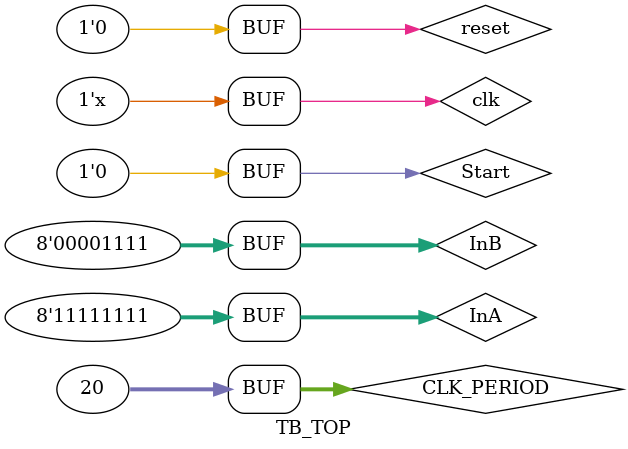
<source format=v>
`timescale 1ns / 1ps
module TB_TOP();

	reg clk;
	reg reset;
	reg Start;
	reg [7:0] InA;
	reg [7:0] InB;
	
	wire [7:0] Out;
	wire Busy;

	TOP uut (
		.clk(clk), 
		.reset(reset), 
		.Start(Start), 
		.InA(InA), 
		.InB(InB), 
		.Out(Out), 
		.Busy(Busy)
	);
	
	integer CLK_PERIOD = 20;
	always #(CLK_PERIOD/2) clk = ~clk;

	initial begin
        //initial conditions
		clk = 0;
		reset = 0;
		InA = 0;
		InB = 0;
		Start = 0;
		#(CLK_PERIOD/2);
        
        //----------------------------------------------------------------
		//Calculation: 17/8 (ordinary random numbers)
		//Result: Q=2 R=1
		Start = 1;
		InA = 8'd17; 
		InB = 8'd8; 	
		#(CLK_PERIOD);
		
		Start = 0;
		#1000;
		
		//----------------------------------------------------------------
		//Calculation: 12/15 (divident is less than divider)
		//Result: Q=0 R=12
		Start = 1;
		InA = 8'd12; 
		InB = 8'd15; 	
		#(CLK_PERIOD);
		
		Start = 0;
		#320;
		
		//----------------------------------------------------------------
		//Calculation: 0/13 (divident is zero)
		//Result: Q=0 R=0
		Start = 1;
		InA = 8'd0; 
		InB = 8'd13; 	
		#(CLK_PERIOD);
		
		Start = 0;
		#320;
		
		//----------------------------------------------------------------
		//Calculation: 40/0 (divider is zero)
		//Result: Q=0 R=0
		Start = 1;
		InA = 8'd40; 
		InB = 8'd0; 	
		#(CLK_PERIOD);
		
		Start = 0;
		#320;
		
		//----------------------------------------------------------------
		//Calculation: 0/0 (both divider and divident are zero)
		//Result: Q=0 R=0
		Start = 1;
		InA = 8'd0; 
		InB = 8'd0; 	
		#(CLK_PERIOD);
		
		Start = 0;
		#320;
		
		//----------------------------------------------------------------
		//reset experiment
		//firstly ordinary numbers are given
		Start = 1;
		InA = 8'd213; 
		InB = 8'd8; 	
		#(CLK_PERIOD);
		
		Start = 0;
		#400;
		
		reset = 1; //reset signal is high when calculations are running
		InA = 8'd13; 
		InB = 8'd5; 
		#(CLK_PERIOD);
		
		reset = 0;
		#(2*CLK_PERIOD);
		
		//calculator starts again and calculates correctly
		//calculation: 13/5
		//result: Q=2 R=3
		Start = 1;
			
		#(CLK_PERIOD);
		
		Start = 0;
		#800;
		
		//----------------------------------------------------------------
		//Calculation: 255/15 (max numbers Divident=8'1111_1111, Divider=8'0000_1111)
		//Note that divider is actually 4 bit. Zeros are for padding.
		//Result: Q=17 R=0
		Start = 1;
		InA = 8'd255; 
		InB = 8'd15; 	
		#(CLK_PERIOD);
		
		Start = 0;
		#4000;
		
		
		

		
	
		
	end
	
	
      
endmodule



</source>
